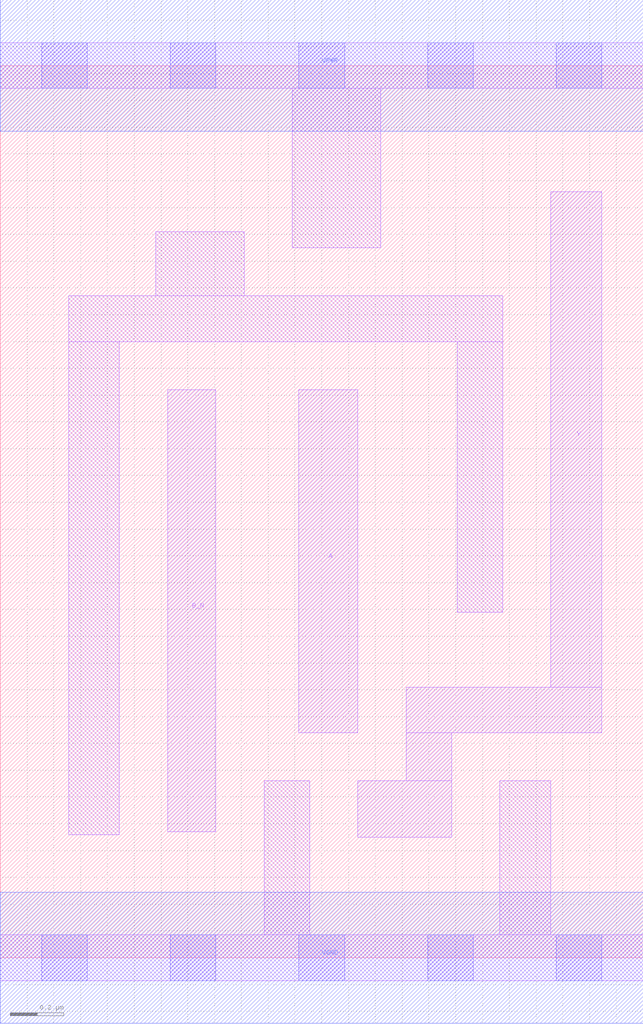
<source format=lef>
# Copyright 2020 The SkyWater PDK Authors
#
# Licensed under the Apache License, Version 2.0 (the "License");
# you may not use this file except in compliance with the License.
# You may obtain a copy of the License at
#
#     https://www.apache.org/licenses/LICENSE-2.0
#
# Unless required by applicable law or agreed to in writing, software
# distributed under the License is distributed on an "AS IS" BASIS,
# WITHOUT WARRANTIES OR CONDITIONS OF ANY KIND, either express or implied.
# See the License for the specific language governing permissions and
# limitations under the License.
#
# SPDX-License-Identifier: Apache-2.0

VERSION 5.7 ;
  NAMESCASESENSITIVE ON ;
  NOWIREEXTENSIONATPIN ON ;
  DIVIDERCHAR "/" ;
  BUSBITCHARS "[]" ;
UNITS
  DATABASE MICRONS 200 ;
END UNITS
MACRO sky130_fd_sc_lp__nor2b_m
  CLASS CORE ;
  SOURCE USER ;
  FOREIGN sky130_fd_sc_lp__nor2b_m ;
  ORIGIN  0.000000  0.000000 ;
  SIZE  2.400000 BY  3.330000 ;
  SYMMETRY X Y R90 ;
  SITE unit ;
  PIN A
    ANTENNAGATEAREA  0.126000 ;
    DIRECTION INPUT ;
    USE SIGNAL ;
    PORT
      LAYER li1 ;
        RECT 1.115000 0.840000 1.335000 2.120000 ;
    END
  END A
  PIN B_N
    ANTENNAGATEAREA  0.126000 ;
    DIRECTION INPUT ;
    USE SIGNAL ;
    PORT
      LAYER li1 ;
        RECT 0.625000 0.470000 0.805000 2.120000 ;
    END
  END B_N
  PIN Y
    ANTENNADIFFAREA  0.228900 ;
    DIRECTION OUTPUT ;
    USE SIGNAL ;
    PORT
      LAYER li1 ;
        RECT 1.335000 0.450000 1.685000 0.660000 ;
        RECT 1.515000 0.660000 1.685000 0.840000 ;
        RECT 1.515000 0.840000 2.245000 1.010000 ;
        RECT 2.055000 1.010000 2.245000 2.860000 ;
    END
  END Y
  PIN VGND
    DIRECTION INOUT ;
    USE GROUND ;
    PORT
      LAYER met1 ;
        RECT 0.000000 -0.245000 2.400000 0.245000 ;
    END
  END VGND
  PIN VPWR
    DIRECTION INOUT ;
    USE POWER ;
    PORT
      LAYER met1 ;
        RECT 0.000000 3.085000 2.400000 3.575000 ;
    END
  END VPWR
  OBS
    LAYER li1 ;
      RECT 0.000000 -0.085000 2.400000 0.085000 ;
      RECT 0.000000  3.245000 2.400000 3.415000 ;
      RECT 0.255000  0.460000 0.445000 2.300000 ;
      RECT 0.255000  2.300000 1.875000 2.470000 ;
      RECT 0.580000  2.470000 0.910000 2.710000 ;
      RECT 0.985000  0.085000 1.155000 0.660000 ;
      RECT 1.090000  2.650000 1.420000 3.245000 ;
      RECT 1.705000  1.290000 1.875000 2.300000 ;
      RECT 1.865000  0.085000 2.055000 0.660000 ;
    LAYER mcon ;
      RECT 0.155000 -0.085000 0.325000 0.085000 ;
      RECT 0.155000  3.245000 0.325000 3.415000 ;
      RECT 0.635000 -0.085000 0.805000 0.085000 ;
      RECT 0.635000  3.245000 0.805000 3.415000 ;
      RECT 1.115000 -0.085000 1.285000 0.085000 ;
      RECT 1.115000  3.245000 1.285000 3.415000 ;
      RECT 1.595000 -0.085000 1.765000 0.085000 ;
      RECT 1.595000  3.245000 1.765000 3.415000 ;
      RECT 2.075000 -0.085000 2.245000 0.085000 ;
      RECT 2.075000  3.245000 2.245000 3.415000 ;
  END
END sky130_fd_sc_lp__nor2b_m

</source>
